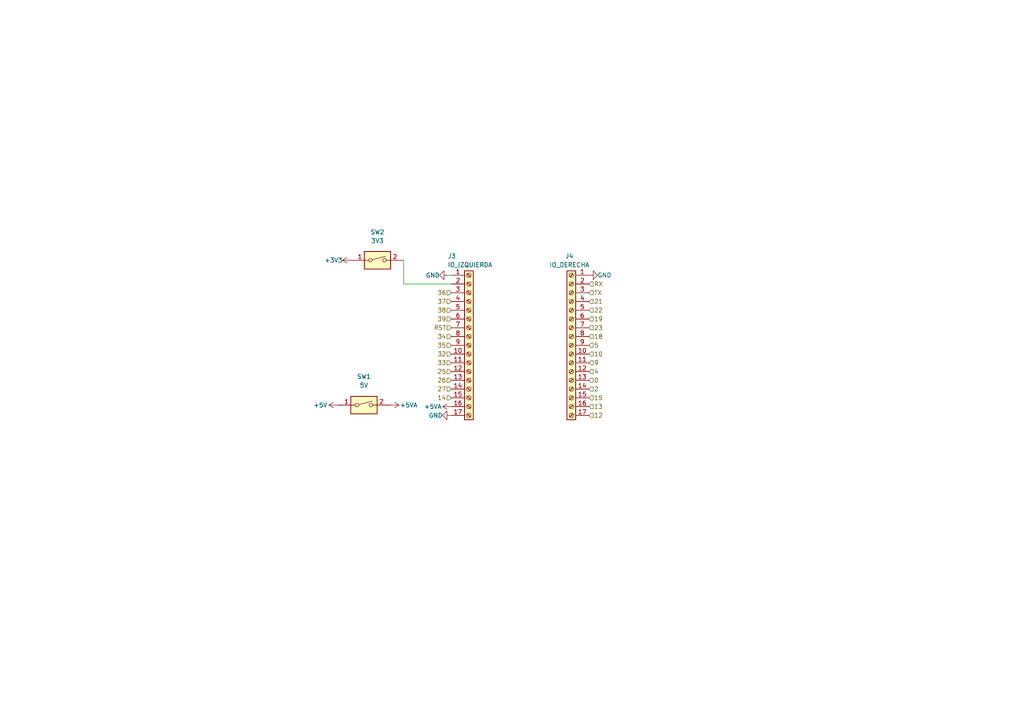
<source format=kicad_sch>
(kicad_sch (version 20230121) (generator eeschema)
  (paper "A4")
  (lib_symbols
    (symbol "Connector:Screw_Terminal_01x17" (pin_names (offset 1.016) hide)
      (property "Reference" "J" (at 0 22.86 0))
      (property "Value" "Screw_Terminal_01x17" (at 0 -22.86 0))
      (symbol "Screw_Terminal_01x17_1_1"
        (rectangle (start -1.27 21.59) (end 1.27 -21.59) (stroke (width 0.254)) (fill (type background)))
        (circle (center 0 -20.32) (radius 0.635) (stroke (width 0.1524)))
        (circle (center 0 -17.78) (radius 0.635) (stroke (width 0.1524)))
        (circle (center 0 -15.24) (radius 0.635) (stroke (width 0.1524)))
        (circle (center 0 -12.7) (radius 0.635) (stroke (width 0.1524)))
        (circle (center 0 -10.16) (radius 0.635) (stroke (width 0.1524)))
        (circle (center 0 -7.62) (radius 0.635) (stroke (width 0.1524)))
        (circle (center 0 -5.08) (radius 0.635) (stroke (width 0.1524)))
        (circle (center 0 -2.54) (radius 0.635) (stroke (width 0.1524)))
        (polyline (pts (xy -0.5334 -19.9898) (xy 0.3302 -20.828)) (stroke (width 0.1524)))
        (polyline (pts (xy -0.5334 -17.4498) (xy 0.3302 -18.288)) (stroke (width 0.1524)))
        (polyline (pts (xy -0.5334 -14.9098) (xy 0.3302 -15.748)) (stroke (width 0.1524)))
        (polyline (pts (xy -0.5334 -12.3698) (xy 0.3302 -13.208)) (stroke (width 0.1524)))
        (polyline (pts (xy -0.5334 -9.8298) (xy 0.3302 -10.668)) (stroke (width 0.1524)))
        (polyline (pts (xy -0.5334 -7.2898) (xy 0.3302 -8.128)) (stroke (width 0.1524)))
        (polyline (pts (xy -0.5334 -4.7498) (xy 0.3302 -5.588)) (stroke (width 0.1524)))
        (polyline (pts (xy -0.5334 -2.2098) (xy 0.3302 -3.048)) (stroke (width 0.1524)))
        (polyline (pts (xy -0.5334 0.3302) (xy 0.3302 -0.508)) (stroke (width 0.1524)))
        (polyline (pts (xy -0.5334 2.8702) (xy 0.3302 2.032)) (stroke (width 0.1524)))
        (polyline (pts (xy -0.5334 5.4102) (xy 0.3302 4.572)) (stroke (width 0.1524)))
        (polyline (pts (xy -0.5334 7.9502) (xy 0.3302 7.112)) (stroke (width 0.1524)))
        (polyline (pts (xy -0.5334 10.4902) (xy 0.3302 9.652)) (stroke (width 0.1524)))
        (polyline (pts (xy -0.5334 13.0302) (xy 0.3302 12.192)) (stroke (width 0.1524)))
        (polyline (pts (xy -0.5334 15.5702) (xy 0.3302 14.732)) (stroke (width 0.1524)))
        (polyline (pts (xy -0.5334 18.1102) (xy 0.3302 17.272)) (stroke (width 0.1524)))
        (polyline (pts (xy -0.5334 20.6502) (xy 0.3302 19.812)) (stroke (width 0.1524)))
        (polyline (pts (xy -0.3556 -19.812) (xy 0.508 -20.6502)) (stroke (width 0.1524)))
        (polyline (pts (xy -0.3556 -17.272) (xy 0.508 -18.1102)) (stroke (width 0.1524)))
        (polyline (pts (xy -0.3556 -14.732) (xy 0.508 -15.5702)) (stroke (width 0.1524)))
        (polyline (pts (xy -0.3556 -12.192) (xy 0.508 -13.0302)) (stroke (width 0.1524)))
        (polyline (pts (xy -0.3556 -9.652) (xy 0.508 -10.4902)) (stroke (width 0.1524)))
        (polyline (pts (xy -0.3556 -7.112) (xy 0.508 -7.9502)) (stroke (width 0.1524)))
        (polyline (pts (xy -0.3556 -4.572) (xy 0.508 -5.4102)) (stroke (width 0.1524)))
        (polyline (pts (xy -0.3556 -2.032) (xy 0.508 -2.8702)) (stroke (width 0.1524)))
        (polyline (pts (xy -0.3556 0.508) (xy 0.508 -0.3302)) (stroke (width 0.1524)))
        (polyline (pts (xy -0.3556 3.048) (xy 0.508 2.2098)) (stroke (width 0.1524)))
        (polyline (pts (xy -0.3556 5.588) (xy 0.508 4.7498)) (stroke (width 0.1524)))
        (polyline (pts (xy -0.3556 8.128) (xy 0.508 7.2898)) (stroke (width 0.1524)))
        (polyline (pts (xy -0.3556 10.668) (xy 0.508 9.8298)) (stroke (width 0.1524)))
        (polyline (pts (xy -0.3556 13.208) (xy 0.508 12.3698)) (stroke (width 0.1524)))
        (polyline (pts (xy -0.3556 15.748) (xy 0.508 14.9098)) (stroke (width 0.1524)))
        (polyline (pts (xy -0.3556 18.288) (xy 0.508 17.4498)) (stroke (width 0.1524)))
        (polyline (pts (xy -0.3556 20.828) (xy 0.508 19.9898)) (stroke (width 0.1524)))
        (circle (center 0 0) (radius 0.635) (stroke (width 0.1524)))
        (circle (center 0 2.54) (radius 0.635) (stroke (width 0.1524)))
        (circle (center 0 5.08) (radius 0.635) (stroke (width 0.1524)))
        (circle (center 0 7.62) (radius 0.635) (stroke (width 0.1524)))
        (circle (center 0 10.16) (radius 0.635) (stroke (width 0.1524)))
        (circle (center 0 12.7) (radius 0.635) (stroke (width 0.1524)))
        (circle (center 0 15.24) (radius 0.635) (stroke (width 0.1524)))
        (circle (center 0 17.78) (radius 0.635) (stroke (width 0.1524)))
        (circle (center 0 20.32) (radius 0.635) (stroke (width 0.1524)))
        (pin passive line (at -5.08 20.32 0) (length 3.81) (name "Pin_1") (number "1"))
        (pin passive line (at -5.08 -2.54 0) (length 3.81) (name "Pin_10") (number "10"))
        (pin passive line (at -5.08 -5.08 0) (length 3.81) (name "Pin_11") (number "11"))
        (pin passive line (at -5.08 -7.62 0) (length 3.81) (name "Pin_12") (number "12"))
        (pin passive line (at -5.08 -10.16 0) (length 3.81) (name "Pin_13") (number "13"))
        (pin passive line (at -5.08 -12.7 0) (length 3.81) (name "Pin_14") (number "14"))
        (pin passive line (at -5.08 -15.24 0) (length 3.81) (name "Pin_15") (number "15"))
        (pin passive line (at -5.08 -17.78 0) (length 3.81) (name "Pin_16") (number "16"))
        (pin passive line (at -5.08 -20.32 0) (length 3.81) (name "Pin_17") (number "17"))
        (pin passive line (at -5.08 17.78 0) (length 3.81) (name "Pin_2") (number "2"))
        (pin passive line (at -5.08 15.24 0) (length 3.81) (name "Pin_3") (number "3"))
        (pin passive line (at -5.08 12.7 0) (length 3.81) (name "Pin_4") (number "4"))
        (pin passive line (at -5.08 10.16 0) (length 3.81) (name "Pin_5") (number "5"))
        (pin passive line (at -5.08 7.62 0) (length 3.81) (name "Pin_6") (number "6"))
        (pin passive line (at -5.08 5.08 0) (length 3.81) (name "Pin_7") (number "7"))
        (pin passive line (at -5.08 2.54 0) (length 3.81) (name "Pin_8") (number "8"))
        (pin passive line (at -5.08 0 0) (length 3.81) (name "Pin_9") (number "9"))
      )
    )
    (symbol "Switch:SW_DIP_x01" (pin_names (offset 0) hide)
      (property "Reference" "SW" (at 0 3.81 0))
      (property "Value" "SW_DIP_x01" (at 0 -3.81 0))
      (symbol "SW_DIP_x01_0_0"
        (circle (center -2.032 0) (radius 0.508))
        (polyline (pts (xy -1.524 0.127) (xy 2.3622 1.1684)))
        (circle (center 2.032 0) (radius 0.508))
      )
      (symbol "SW_DIP_x01_0_1"
        (rectangle (start -3.81 2.54) (end 3.81 -2.54) (stroke (width 0.254)) (fill (type background)))
      )
      (symbol "SW_DIP_x01_1_1"
        (pin passive line (at -7.62 0 0) (length 5.08) (name "~") (number "1"))
        (pin passive line (at 7.62 0 180) (length 5.08) (name "~") (number "2"))
      )
    )
    (symbol "power:+3V3" (power) (pin_names (offset 0))
      (property "Value" "+3V3" (at 0 3.556 0))
      (symbol "+3V3_0_1"
        (polyline (pts (xy -0.762 1.27) (xy 0 2.54)))
        (polyline (pts (xy 0 0) (xy 0 2.54)))
        (polyline (pts (xy 0 2.54) (xy 0.762 1.27)))
      )
      (symbol "+3V3_1_1"
        (pin power_in line (at 0 0 90) (length 0) hide (name "+3V3") (number "1"))
      )
    )
    (symbol "power:+5V" (power) (pin_names (offset 0))
      (property "Value" "+5V" (at 0 3.556 0))
      (symbol "+5V_0_1"
        (polyline (pts (xy -0.762 1.27) (xy 0 2.54)))
        (polyline (pts (xy 0 0) (xy 0 2.54)))
        (polyline (pts (xy 0 2.54) (xy 0.762 1.27)))
      )
      (symbol "+5V_1_1"
        (pin power_in line (at 0 0 90) (length 0) hide (name "+5V") (number "1"))
      )
    )
    (symbol "power:+5VA" (power) (pin_names (offset 0))
      (property "Value" "+5VA" (at 0 3.556 0))
      (symbol "+5VA_0_1"
        (polyline (pts (xy -0.762 1.27) (xy 0 2.54)))
        (polyline (pts (xy 0 0) (xy 0 2.54)))
        (polyline (pts (xy 0 2.54) (xy 0.762 1.27)))
      )
      (symbol "+5VA_1_1"
        (pin power_in line (at 0 0 90) (length 0) hide (name "+5VA") (number "1"))
      )
    )
    (symbol "power:GND" (power) (pin_names (offset 0))
      (property "Value" "GND" (at 0 -3.81 0))
      (symbol "GND_0_1"
        (polyline (pts (xy 0 0) (xy 0 -1.27) (xy 1.27 -1.27) (xy 0 -2.54) (xy -1.27 -1.27) (xy 0 -1.27)))
      )
      (symbol "GND_1_1"
        (pin power_in line (at 0 0 270) (length 0) hide (name "GND") (number "1"))
      )
    )
  )
  (wire (pts (xy 117.094 82.3722) (xy 130.9116 82.3722)))
  (wire (pts (xy 130.048 79.8322) (xy 130.9116 79.8322)))
  (wire (pts (xy 117.094 75.4888) (xy 117.094 82.3722)))
  (hierarchical_label "35" (shape input) (at 130.9116 100.1522 180))
  (hierarchical_label "14" (shape input) (at 130.9116 115.3922 180))
  (hierarchical_label "22" (shape input) (at 170.7896 89.9922 0))
  (hierarchical_label "25" (shape input) (at 130.9116 107.7722 180))
  (hierarchical_label "38" (shape input) (at 130.9116 89.9922 180))
  (hierarchical_label "RST" (shape input) (at 130.9116 95.0722 180))
  (hierarchical_label "2" (shape input) (at 170.7896 112.8522 0))
  (hierarchical_label "10" (shape input) (at 170.7896 102.6922 0))
  (hierarchical_label "21" (shape input) (at 170.7896 87.4522 0))
  (hierarchical_label "12" (shape input) (at 170.7896 120.4722 0))
  (hierarchical_label "0" (shape input) (at 170.7896 110.3122 0))
  (hierarchical_label "39" (shape input) (at 130.9116 92.5322 180))
  (hierarchical_label "19" (shape input) (at 170.7896 92.5322 0))
  (hierarchical_label "RX" (shape input) (at 170.7896 82.3722 0))
  (hierarchical_label "9" (shape input) (at 170.7896 105.2322 0))
  (hierarchical_label "5" (shape input) (at 170.7896 100.1522 0))
  (hierarchical_label "37" (shape input) (at 130.9116 87.4522 180))
  (hierarchical_label "27" (shape input) (at 130.9116 112.8522 180))
  (hierarchical_label "33" (shape input) (at 130.9116 105.2322 180))
  (hierarchical_label "36" (shape input) (at 130.9116 84.9122 180))
  (hierarchical_label "34" (shape input) (at 130.9116 97.6122 180))
  (hierarchical_label "32" (shape input) (at 130.9116 102.6922 180))
  (hierarchical_label "18" (shape input) (at 170.7896 97.6122 0))
  (hierarchical_label "15" (shape input) (at 170.7896 115.3922 0))
  (hierarchical_label "26" (shape input) (at 130.9116 110.3122 180))
  (hierarchical_label "13" (shape input) (at 170.7896 117.9322 0))
  (hierarchical_label "TX" (shape input) (at 170.7896 84.9122 0))
  (hierarchical_label "23" (shape input) (at 170.7896 95.0722 0))
  (hierarchical_label "4" (shape input) (at 170.7896 107.7722 0))
  (symbol (lib_id "power:GND") (at 130.048 79.8322 270) (unit 1)
    (property "Reference" "#PWR0117" (effects hide))
    (property "Value" "GND" (at 123.4694 79.8576 90) (effects (justify left)))
  )
  (symbol (lib_id "power:+5VA") (at 113.1824 117.5004 270) (unit 1)
    (property "Reference" "#PWR0161" (effects hide))
    (property "Value" "+5VA" (at 115.951 117.5004 90) (effects (justify left)))
  )
  (symbol (lib_id "Switch:SW_DIP_x01") (at 105.5624 117.5004 0) (unit 1)
    (property "Reference" "SW1" (at 105.5624 109.22 0))
    (property "Value" "5V" (at 105.5624 111.76 0))
    (property "Footprint" "Connector_PinHeader_2.54mm:PinHeader_1x02_P2.54mm_Vertical" (effects hide))
  )
  (symbol (lib_id "power:GND") (at 130.9116 120.4722 270) (unit 1)
    (property "Reference" "#PWR0113" (effects hide))
    (property "Value" "GND" (at 124.333 120.4976 90) (effects (justify left)))
  )
  (symbol (lib_id "power:+3V3") (at 101.854 75.4888 90) (unit 1)
    (property "Reference" "#PWR0116" (effects hide))
    (property "Value" "+3V3" (at 94.0816 75.4888 90) (effects (justify right)))
  )
  (symbol (lib_id "Connector:Screw_Terminal_01x17") (at 165.7096 100.1522 0) (mirror y) (unit 1)
    (property "Reference" "J4" (at 165.1508 74.295 0))
    (property "Value" "IO_DERECHA" (at 165.1508 76.835 0))
    (property "Footprint" "Connector_PinSocket_2.54mm:PinSocket_1x17_P2.54mm_Vertical" (effects hide))
  )
  (symbol (lib_id "Switch:SW_DIP_x01") (at 109.474 75.4888 0) (unit 1)
    (property "Reference" "SW2" (at 109.474 67.31 0))
    (property "Value" "3V3" (at 109.474 69.85 0))
    (property "Footprint" "Connector_PinHeader_2.54mm:PinHeader_1x02_P2.54mm_Vertical" (effects hide))
  )
  (symbol (lib_id "power:GND") (at 170.7896 79.8322 90) (unit 1)
    (property "Reference" "#PWR0115" (effects hide))
    (property "Value" "GND" (at 177.3682 79.8068 90) (effects (justify left)))
  )
  (symbol (lib_id "Connector:Screw_Terminal_01x17") (at 135.9916 100.1522 0) (unit 1)
    (property "Reference" "J3" (at 129.8448 74.295 0) (effects (justify left)))
    (property "Value" "IO_IZQUIERDA" (at 129.8448 76.835 0) (effects (justify left)))
    (property "Footprint" "Connector_PinSocket_2.54mm:PinSocket_1x17_P2.54mm_Vertical" (effects hide))
  )
  (symbol (lib_id "power:+5V") (at 97.9424 117.5004 90) (unit 1)
    (property "Reference" "#PWR0160" (effects hide))
    (property "Value" "+5V" (at 90.8812 117.5004 90) (effects (justify right)))
  )
  (symbol (lib_id "power:+5VA") (at 130.9116 117.9322 90) (unit 1)
    (property "Reference" "#PWR0114" (effects hide))
    (property "Value" "+5VA" (at 128.143 117.9322 90) (effects (justify left)))
  )
)
</source>
